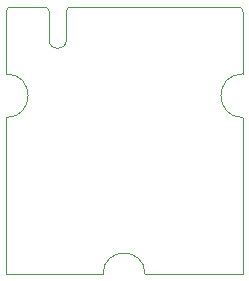
<source format=gbr>
%TF.GenerationSoftware,KiCad,Pcbnew,(7.0.0)*%
%TF.CreationDate,2023-04-19T09:29:54-05:00*%
%TF.ProjectId,Pixel.Cookie,50697865-6c2e-4436-9f6f-6b69652e6b69,rev?*%
%TF.SameCoordinates,Original*%
%TF.FileFunction,Profile,NP*%
%FSLAX46Y46*%
G04 Gerber Fmt 4.6, Leading zero omitted, Abs format (unit mm)*
G04 Created by KiCad (PCBNEW (7.0.0)) date 2023-04-19 09:29:54*
%MOMM*%
%LPD*%
G01*
G04 APERTURE LIST*
%TA.AperFunction,Profile*%
%ADD10C,0.050000*%
%TD*%
G04 APERTURE END LIST*
D10*
X32312560Y-12479800D02*
X31702960Y-12479800D01*
X20780960Y-12479800D02*
X31702960Y-12479800D01*
X18113960Y-12479800D02*
X20780960Y-12479800D01*
X32680000Y-18135000D02*
G75*
G03*
X32680000Y-21835000I0J-1850000D01*
G01*
X20847000Y-35085800D02*
X12652960Y-35085800D01*
X18113960Y-12479760D02*
G75*
G03*
X17732960Y-12860800I40J-381040D01*
G01*
X16287698Y-15276340D02*
G75*
G03*
X17733534Y-15329641I723902J40D01*
G01*
X32693560Y-13191000D02*
X32693560Y-18135000D01*
X13033960Y-12479760D02*
G75*
G03*
X12652960Y-12860800I40J-381040D01*
G01*
X32680000Y-21835000D02*
X32693560Y-35085800D01*
X32693600Y-12860800D02*
G75*
G03*
X32312560Y-12479800I-381000J0D01*
G01*
X12652960Y-21835400D02*
G75*
G03*
X12652960Y-18135000I0J1850200D01*
G01*
X32693560Y-13191000D02*
X32693560Y-12860800D01*
X12652960Y-12860800D02*
X12652960Y-18135000D01*
X15906700Y-12479800D02*
X13033960Y-12479800D01*
X16287700Y-15276340D02*
X16287700Y-12860800D01*
X17733535Y-15329641D02*
X17732960Y-12860800D01*
X16287700Y-12860800D02*
G75*
G03*
X15906700Y-12479800I-381000J0D01*
G01*
X24403000Y-35085800D02*
G75*
G03*
X20847000Y-35085800I-1778000J0D01*
G01*
X12652960Y-21835394D02*
X12652960Y-35085800D01*
X32693560Y-35085800D02*
X24403000Y-35085800D01*
M02*

</source>
